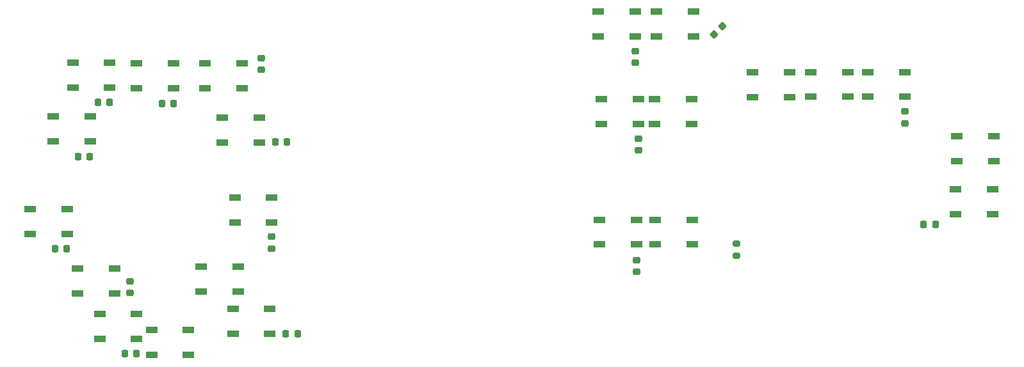
<source format=gbr>
%TF.GenerationSoftware,KiCad,Pcbnew,(6.0.9)*%
%TF.CreationDate,2023-04-01T12:37:20-08:00*%
%TF.ProjectId,FCS PANEL,46435320-5041-44e4-954c-2e6b69636164,3*%
%TF.SameCoordinates,Original*%
%TF.FileFunction,Paste,Top*%
%TF.FilePolarity,Positive*%
%FSLAX46Y46*%
G04 Gerber Fmt 4.6, Leading zero omitted, Abs format (unit mm)*
G04 Created by KiCad (PCBNEW (6.0.9)) date 2023-04-01 12:37:20*
%MOMM*%
%LPD*%
G01*
G04 APERTURE LIST*
G04 Aperture macros list*
%AMRoundRect*
0 Rectangle with rounded corners*
0 $1 Rounding radius*
0 $2 $3 $4 $5 $6 $7 $8 $9 X,Y pos of 4 corners*
0 Add a 4 corners polygon primitive as box body*
4,1,4,$2,$3,$4,$5,$6,$7,$8,$9,$2,$3,0*
0 Add four circle primitives for the rounded corners*
1,1,$1+$1,$2,$3*
1,1,$1+$1,$4,$5*
1,1,$1+$1,$6,$7*
1,1,$1+$1,$8,$9*
0 Add four rect primitives between the rounded corners*
20,1,$1+$1,$2,$3,$4,$5,0*
20,1,$1+$1,$4,$5,$6,$7,0*
20,1,$1+$1,$6,$7,$8,$9,0*
20,1,$1+$1,$8,$9,$2,$3,0*%
G04 Aperture macros list end*
%ADD10R,1.500000X0.900000*%
%ADD11RoundRect,0.200000X0.275000X-0.200000X0.275000X0.200000X-0.275000X0.200000X-0.275000X-0.200000X0*%
%ADD12RoundRect,0.225000X-0.250000X0.225000X-0.250000X-0.225000X0.250000X-0.225000X0.250000X0.225000X0*%
%ADD13RoundRect,0.225000X-0.225000X-0.250000X0.225000X-0.250000X0.225000X0.250000X-0.225000X0.250000X0*%
%ADD14RoundRect,0.225000X0.225000X0.250000X-0.225000X0.250000X-0.225000X-0.250000X0.225000X-0.250000X0*%
%ADD15RoundRect,0.225000X0.250000X-0.225000X0.250000X0.225000X-0.250000X0.225000X-0.250000X-0.225000X0*%
%ADD16RoundRect,0.225000X-0.017678X0.335876X-0.335876X0.017678X0.017678X-0.335876X0.335876X-0.017678X0*%
G04 APERTURE END LIST*
D10*
%TO.C,D1*%
X91834800Y-56160400D03*
X91834800Y-59460400D03*
X96734800Y-59460400D03*
X96734800Y-56160400D03*
%TD*%
%TO.C,D2*%
X100279000Y-56236400D03*
X100279000Y-59536400D03*
X105179000Y-59536400D03*
X105179000Y-56236400D03*
%TD*%
%TO.C,D3*%
X109298000Y-56185600D03*
X109298000Y-59485600D03*
X114198000Y-59485600D03*
X114198000Y-56185600D03*
%TD*%
%TO.C,D4*%
X111596000Y-63374000D03*
X111596000Y-66674000D03*
X116496000Y-66674000D03*
X116496000Y-63374000D03*
%TD*%
%TO.C,D5*%
X113261000Y-73965600D03*
X113261000Y-77265600D03*
X118161000Y-77265600D03*
X118161000Y-73965600D03*
%TD*%
%TO.C,D6*%
X108841000Y-83160400D03*
X108841000Y-86460400D03*
X113741000Y-86460400D03*
X113741000Y-83160400D03*
%TD*%
%TO.C,D7*%
X113007000Y-88748400D03*
X113007000Y-92048400D03*
X117907000Y-92048400D03*
X117907000Y-88748400D03*
%TD*%
%TO.C,D8*%
X102249000Y-91517200D03*
X102249000Y-94817200D03*
X107149000Y-94817200D03*
X107149000Y-91517200D03*
%TD*%
%TO.C,D9*%
X95390800Y-89383600D03*
X95390800Y-92683600D03*
X100290800Y-92683600D03*
X100290800Y-89383600D03*
%TD*%
%TO.C,D10*%
X92506800Y-83363600D03*
X92506800Y-86663600D03*
X97406800Y-86663600D03*
X97406800Y-83363600D03*
%TD*%
%TO.C,D11*%
X86196000Y-75515200D03*
X86196000Y-78815200D03*
X91096000Y-78815200D03*
X91096000Y-75515200D03*
%TD*%
%TO.C,D12*%
X89244000Y-63272400D03*
X89244000Y-66572400D03*
X94144000Y-66572400D03*
X94144000Y-63272400D03*
%TD*%
%TO.C,D13*%
X161290000Y-49378400D03*
X161290000Y-52678400D03*
X166190000Y-52678400D03*
X166190000Y-49378400D03*
%TD*%
%TO.C,D14*%
X168988000Y-49378800D03*
X168988000Y-52678800D03*
X173888000Y-52678800D03*
X173888000Y-49378800D03*
%TD*%
%TO.C,D15*%
X161724000Y-60960800D03*
X161724000Y-64260800D03*
X166624000Y-64260800D03*
X166624000Y-60960800D03*
%TD*%
%TO.C,D16*%
X168785000Y-60961200D03*
X168785000Y-64261200D03*
X173685000Y-64261200D03*
X173685000Y-60961200D03*
%TD*%
%TO.C,D17*%
X181739000Y-57405200D03*
X181739000Y-60705200D03*
X186639000Y-60705200D03*
X186639000Y-57405200D03*
%TD*%
%TO.C,D18*%
X189433000Y-57354000D03*
X189433000Y-60654000D03*
X194333000Y-60654000D03*
X194333000Y-57354000D03*
%TD*%
%TO.C,D19*%
X196979000Y-57354000D03*
X196979000Y-60654000D03*
X201879000Y-60654000D03*
X201879000Y-57354000D03*
%TD*%
%TO.C,D20*%
X161470000Y-76912400D03*
X161470000Y-80212400D03*
X166370000Y-80212400D03*
X166370000Y-76912400D03*
%TD*%
%TO.C,D21*%
X168836000Y-76912000D03*
X168836000Y-80212000D03*
X173736000Y-80212000D03*
X173736000Y-76912000D03*
%TD*%
%TO.C,D22*%
X208714000Y-65837600D03*
X208714000Y-69137600D03*
X213614000Y-69137600D03*
X213614000Y-65837600D03*
%TD*%
%TO.C,D23*%
X208562000Y-72898800D03*
X208562000Y-76198800D03*
X213462000Y-76198800D03*
X213462000Y-72898800D03*
%TD*%
D11*
%TO.C,R1*%
X179621000Y-81731700D03*
X179621000Y-80081700D03*
%TD*%
D12*
%TO.C,C2*%
X116789000Y-55547000D03*
X116789000Y-57097000D03*
%TD*%
D13*
%TO.C,C3*%
X95142900Y-61396900D03*
X96692900Y-61396900D03*
%TD*%
%TO.C,C4*%
X92554700Y-68562200D03*
X94104700Y-68562200D03*
%TD*%
%TO.C,C5*%
X98739600Y-94642900D03*
X100289600Y-94642900D03*
%TD*%
D14*
%TO.C,C6*%
X121555000Y-92003900D03*
X120005000Y-92003900D03*
%TD*%
D15*
%TO.C,C7*%
X118148000Y-80741900D03*
X118148000Y-79191900D03*
%TD*%
D14*
%TO.C,C8*%
X120183000Y-66616600D03*
X118633000Y-66616600D03*
%TD*%
D15*
%TO.C,C9*%
X166202000Y-56157100D03*
X166202000Y-54607100D03*
%TD*%
D16*
%TO.C,C10*%
X177759008Y-51274992D03*
X176662992Y-52371008D03*
%TD*%
D15*
%TO.C,C11*%
X166627000Y-67726800D03*
X166627000Y-66176800D03*
%TD*%
%TO.C,C12*%
X201892000Y-64148100D03*
X201892000Y-62598100D03*
%TD*%
D13*
%TO.C,C13*%
X204330000Y-77586800D03*
X205880000Y-77586800D03*
%TD*%
D12*
%TO.C,C14*%
X99382600Y-85069500D03*
X99382600Y-86619500D03*
%TD*%
D13*
%TO.C,C15*%
X89483800Y-80759300D03*
X91033800Y-80759300D03*
%TD*%
D15*
%TO.C,C16*%
X166340000Y-83810200D03*
X166340000Y-82260200D03*
%TD*%
D13*
%TO.C,C17*%
X103611000Y-61529000D03*
X105161000Y-61529000D03*
%TD*%
M02*

</source>
